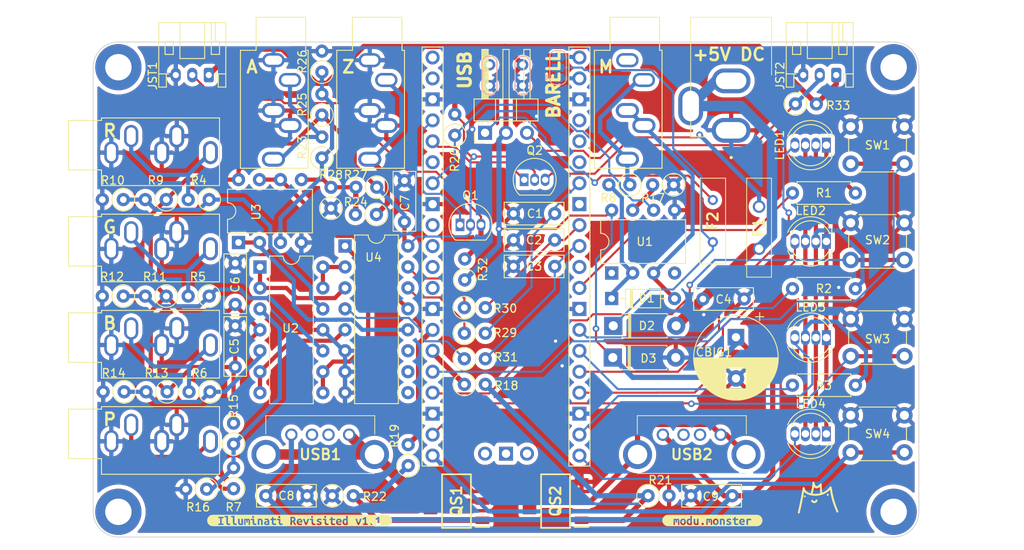
<source format=kicad_pcb>
(kicad_pcb (version 20211014) (generator pcbnew)
  (title_block (title "Illuminati Revisited DIY") (date "2022-03-18") (rev "1.1") (company "modu.monster") (comment 1 "@noise.kitchen"))
  (layers (0 "F.Cu" signal) (31 "B.Cu" signal) (34 "B.Paste" user) (35 "F.Paste" user) (36 "B.SilkS" user "B.Silkscreen") (37 "F.SilkS" user "F.Silkscreen") (38 "B.Mask" user) (39 "F.Mask" user) (44 "Edge.Cuts" user))
  (net 0 "")
  (net 1 "A_in")
  (net 2 "Z_in")
  (net 3 "P_in")
  (net 4 "G_in")
  (net 5 "B_in")
  (net 6 "R_in")
  (net 7 "+3V3")
  (net 8 "GND")
  (net 9 "+5V")
  (net 10 "NEOPIXEL_A")
  (net 11 "NEOPIXEL_Z")
  (net 12 "MIDI_in")
  (net 13 "BP_control")
  (net 14 "RG_control")
  (net 15 "AZ_control")
  (net 16 "BP_in")
  (net 17 "AZ_in")
  (net 18 "RG_in")
  (net 19 "LED_A")
  (net 20 "LED_B")
  (net 21 "LED_C")
  (net 22 "LED_D")
  (net 23 "B")
  (net 24 "G")
  (net 25 "R")
  (net 26 "Net-(D1-Pad1)")
  (net 27 "Net-(F1-Pad2)")
  (net 28 "Net-(F2-Pad2)")
  (net 29 "Net-(D1-Pad2)")
  (net 30 "Net-(R10-Pad1)")
  (net 31 "Net-(R13-Pad2)")
  (net 32 "PWR_VSYS")
  (net 33 "PWR_VBUS")
  (net 34 "Net-(R11-Pad2)")
  (net 35 "Net-(R17-Pad2)")
  (net 36 "R_x")
  (net 37 "G_x")
  (net 38 "B_x")
  (net 39 "BTN_MINUS")
  (net 40 "BTN_PLUS")
  (net 41 "BTN_MODE")
  (net 42 "BTN_SELECT")
  (net 43 "Drain_A")
  (net 44 "Drain_Z")
  (net 45 "LAMP_Z")
  (net 46 "LAMP_A")
  (net 47 "Net-(R29-Pad1)")
  (net 48 "Net-(R30-Pad1)")
  (net 49 "Net-(JACK1-PadT)")
  (net 50 "Net-(JACK2-PadT)")
  (net 51 "Net-(JACK3-PadT)")
  (net 52 "Net-(JACK4-PadT)")
  (net 53 "Net-(JACK5-PadT)")
  (net 55 "Net-(JACK6-PadT)")
  (net 56 "Net-(JACK7-PadT)")
  (net 57 "Net-(JST1-Pad2)")
  (net 58 "Net-(JST2-Pad2)")
  (net 74 "Net-(QS1-Pad1)")
  (net 75 "Net-(QS2-Pad1)")
  (net 76 "Net-(R15-Pad1)")
  (net 77 "Net-(R23-Pad1)")
  (net 78 "Net-(R24-Pad2)")
  (net 79 "Net-(R31-Pad1)")
  (net 86 "Net-(BARELL1-PadB)")
  (net 87 "Net-(D2-Pad1)")
  (footprint "LED_THT:LED_D5.0mm-4_RGB" (layer "F.Cu") (at 88.8 24.16667 180)
    (fp_text reference "LED2")
    (fp_text value "LED_RGBK")
  )
  (footprint "Package_DIP:DIP-14_W7.62mm" (layer "F.Cu") (at 20.2 27.275)
    (fp_text reference "U2")
    (fp_text value "MCP6004")
  )
  (footprint "Resistor_THT:R_Axial_DIN0207_L6.3mm_D2.5mm_P2.54mm_Vertical" (layer "F.Cu") (at 14.145 42.4 180)
    (fp_text reference "R6")
    (fp_text value "57k")
  )
  (footprint "Resistor_THT:R_Axial_DIN0207_L6.3mm_D2.5mm_P2.54mm_Vertical" (layer "F.Cu") (at 8.945 42.4 180)
    (fp_text reference "R13")
    (fp_text value "33k")
  )
  (footprint "Capacitor_THT:C_Rect_L7.0mm_W2.5mm_P5.00mm" (layer "F.Cu") (at 50.9 20.8)
    (fp_text reference "C1")
    (fp_text value "100n")
  )
  (footprint "Resistor_THT:R_Axial_DIN0207_L6.3mm_D2.5mm_P2.54mm_Vertical" (layer "F.Cu") (at 13.74 54.2 180)
    (fp_text reference "R16")
    (fp_text value "57k")
  )
  (footprint "SamacSys_Parts:SOT233P700X180-4N" (layer "F.Cu") (at 44 55.65 180)
    (fp_text reference "QS1")
    (fp_text value "STN4NF03L" hide)
  )
  (footprint "ModuEurorack:PJ-325C5" (layer "F.Cu") (at 34.4 -3 -90)
    (fp_text reference "JACK7" hide)
    (fp_text value "PJ-325" hide)
  )
  (footprint "Resistor_THT:R_Axial_DIN0207_L6.3mm_D2.5mm_P2.54mm_Vertical" (layer "F.Cu") (at 8.845 19.1 180)
    (fp_text reference "R9")
    (fp_text value "33k")
  )
  (footprint "ModuEurorack:PJ-325C5" (layer "F.Cu") (at -3 24.167)
    (fp_text reference "JACK2" hide)
    (fp_text value "PJ-325" hide)
  )
  (footprint "Capacitor_THT:C_Rect_L7.0mm_W2.5mm_P5.00mm" (layer "F.Cu") (at 50.9 24)
    (fp_text reference "C2")
    (fp_text value "100n")
  )
  (footprint "ModuEurorack:PJ-325C5" (layer "F.Cu") (at -3 12.5)
    (fp_text reference "JACK1" hide)
    (fp_text value "PJ-325" hide)
  )
  (footprint "Capacitor_THT:C_Rect_L7.0mm_W2.5mm_P5.00mm" (layer "F.Cu") (at 73.85 31.15)
    (fp_text reference "C4")
    (fp_text value "100n")
  )
  (footprint "Resistor_THT:R_Axial_DIN0207_L6.3mm_D2.5mm_P2.54mm_Vertical" (layer "F.Cu") (at 85.055 7.5)
    (fp_text reference "R33")
    (fp_text value "33k")
  )
  (footprint "MountingHole:MountingHole_3.2mm_M3_DIN965_Pad" (layer "F.Cu") (at 3.05 56.95)
    (fp_text reference "REF**" hide)
    (fp_text value "MountingHole_3.2mm_M3_DIN965_Pad")
  )
  (footprint "Resistor_THT:R_Axial_DIN0207_L6.3mm_D2.5mm_P2.54mm_Vertical" (layer "F.Cu") (at 34.3 20.9 180)
    (fp_text reference "R24")
    (fp_text value "57k")
  )
  (footprint "Resistor_THT:R_Axial_DIN0207_L6.3mm_D2.5mm_P2.54mm_Vertical" (layer "F.Cu") (at 43.8 11.295 90)
    (fp_text reference "R20")
    (fp_text value "220")
  )
  (footprint "ModuEurorack:PJ-325C5" (layer "F.Cu") (at -3 47.5)
    (fp_text reference "JACK4" hide)
    (fp_text value "PJ-325" hide)
  )
  (footprint "Resistor_THT:R_Axial_DIN0207_L6.3mm_D2.5mm_P2.54mm_Vertical" (layer "F.Cu") (at 38.15 51.345 90)
    (fp_text reference "R19")
    (fp_text value "220")
  )
  (footprint "LED_THT:LED_D5.0mm-4_RGB" (layer "F.Cu") (at 88.8 47.5 180)
    (fp_text reference "LED4")
    (fp_text value "LED_RGBK")
  )
  (footprint "Resistor_THT:R_Axial_DIN0207_L6.3mm_D2.5mm_P2.54mm_Vertical" (layer "F.Cu") (at 45 28.84 90)
    (fp_text reference "R32")
    (fp_text value "33k")
  )
  (footprint "Resistor_THT:R_Axial_DIN0207_L6.3mm_D2.5mm_P2.54mm_Vertical" (layer "F.Cu") (at 65 17.3 180)
    (fp_text reference "R8")
    (fp_text value "220")
  )
  (footprint "Capacitor_THT:C_Rect_L7.0mm_W2.5mm_P5.00mm" (layer "F.Cu") (at 17.2 39.4 90)
    (fp_text reference "C5")
    (fp_text value "100n")
  )
  (footprint "Package_DIP:DIP-8_W7.62mm" (layer "F.Cu") (at 62.8 28 90)
    (fp_text reference "U1")
    (fp_text value "6N138")
  )
  (footprint "ModuEurorack:SW_PUSH_6mm_H17mm" (layer "F.Cu") (at 91.75 21.91667)
    (fp_text reference "SW2")
    (fp_text value "SW_Push")
  )
  (footprint "Capacitor_THT:C_Rect_L7.0mm_W2.5mm_P5.00mm" (layer "F.Cu") (at 17.2 31.8 90)
    (fp_text reference "C6")
    (fp_text value "100n")
  )
  (footprint "ModuEurorack:PJ-325C5" (layer "F.Cu") (at -3 35.833)
    (fp_text reference "JACK3" hide)
    (fp_text value "PJ-325" hide)
  )
  (footprint "Capacitor_THT:C_Rect_L7.0mm_W2.5mm_P5.00mm" (layer "F.Cu") (at 20.9 55)
    (fp_text reference "C8")
    (fp_text value "100n")
  )
  (footprint "Resistor_THT:R_Axial_DIN0207_L6.3mm_D2.5mm_P2.54mm_Vertical" (layer "F.Cu") (at 17 48.745 90)
    (fp_text reference "R15")
    (fp_text value "33k")
  )
  (footprint "Resistor_THT:R_Axial_DIN0207_L6.3mm_D2.5mm_P2.54mm_Vertical" (layer "F.Cu") (at 27.7 8.845 90)
    (fp_text reference "R25")
    (fp_text value "33k")
  )
  (footprint "SamacSys_Parts:SOT233P700X180-4N" (layer "F.Cu") (at 56 55.65 180)
    (fp_text reference "QS2")
    (fp_text value "STN4NF03L" hide)
  )
  (footprint "Resistor_THT:R_Axial_DIN0207_L6.3mm_D2.5mm_P2.54mm_Vertical" (layer "F.Cu") (at 8.845 30.8 180)
    (fp_text reference "R11")
    (fp_text value "33k")
  )
  (footprint "MountingHole:MountingHole_3.2mm_M3_DIN965_Pad" (layer "F.Cu") (at 96.95 56.95)
    (fp_text reference "REF**" hide)
    (fp_text value "MountingHole_3.2mm_M3_DIN965_Pad")
  )
  (footprint "Package_DIP:DIP-8_W7.62mm" (layer "F.Cu") (at 17.6 24.3 90)
    (fp_text reference "U3")
    (fp_text value "MCP6002")
  )
  (footprint "Resistor_THT:R_Axial_DIN0207_L6.3mm_D2.5mm_P2.54mm_Vertical" (layer "F.Cu") (at 44.955 41.5)
    (fp_text reference "R18")
    (fp_text value "220")
  )
  (footprint "Package_DIP:DIP-16_W7.62mm" (layer "F.Cu") (at 30.5 24.725)
    (fp_text reference "U4")
    (fp_text value "CD4053")
  )
  (footprint "Resistor_THT:R_Axial_DIN0207_L6.3mm_D2.5mm_P2.54mm_Vertical" (layer "F.Cu") (at 3.645 30.8 180)
    (fp_text reference "R12")
    (fp_text value "57k")
  )
  (footprint "SamacSys_Parts:MFR075" (layer "F.Cu") (at 75.05 21.7 90)
    (fp_text reference "F2")
    (fp_text value "MF-R075" hide)
  )
  (footprint "ModuEurorack:SW_PUSH_6mm_H17mm" (layer "F.Cu") (at 91.75 33.58333)
    (fp_text reference "SW3")
    (fp_text value "SW_Push")
  )
  (footprint "MCU_RaspberryPi_and_Boards:RPi_Pico_TH" (layer "F.Cu") (at 50 26)
    (fp_text reference "PICO1" hide)
    (fp_text value "Pi Pico")
  )
  (footprint "SamacSys_Parts:BarellJack" (layer "F.Cu") (at 77.267 -3 -90)
    (fp_text reference "BARELL1" hide)
    (fp_text value "163-179PH-EX" hide)
  )
  (footprint "kibuzzard-622E32B3" (layer "F.Cu") (at 75 58)
    (fp_text reference "kibuzzard-622E32B3" hide)
    (fp_text value "G***" hide)
  )
  (footprint "Resistor_THT:R_Axial_DIN0207_L6.3mm_D2.5mm_P2.54mm_Vertical" (layer "F.Cu") (at 17 54.145 90)
    (fp_text reference "R7")
    (fp_text value "57k")
  )
  (footprint "Resistor_THT:R_Axial_DIN0207_L6.3mm_D2.5mm_P2.54mm_Vertical" (layer "F.Cu") (at 3.745 42.4 180)
    (fp_text reference "R14")
    (fp_text value "57k")
  )
  (footprint "Diode_THT:D_DO-41_SOD81_P7.62mm_Horizontal" (layer "F.Cu") (at 62.94 38.25)
    (fp_text reference "D3")
    (fp_text value "1N5919")
  )
  (footprint "Resistor_THT:R_Axial_DIN0207_L6.3mm_D2.5mm_P2.54mm_Vertical" (layer "F.Cu") (at 3.645 19.1 180)
    (fp_text reference "R10")
    (fp_text value "57k")
  )
  (footprint "ModuEurorack:PJ-325C5" (layer "F.Cu") (at 65.6 -3 -90)
    (fp_text reference "JACK5" hide)
    (fp_text value "PJ-325")
  )
  (footprint "Resistor_THT:R_Axial_DIN0207_L6.3mm_D2.5mm_P2.54mm_Vertical" (layer "F.Cu") (at 27.7 14.045 90)
    (fp_text reference "R23")
    (fp_text value "57k")
  )
  (footprint "Connector_JST:JST_PH_S3B-PH-K_1x03_P2.00mm_Horizontal" (layer "F.Cu") (at 90 4 180)
    (fp_text reference "JST2")
    (fp_text value "JST-PH-03")
  )
  (footprint "Capacitor_THT:C_Rect_L7.0mm_W2.5mm_P5.00mm" (layer "F.Cu") (at 37.7 21.8 90)
    (fp_text reference "C7")
    (fp_text value "100n")
  )
  (footprint "ModuEurorack:PJ-325C5" (layer "F.Cu") (at 22.733 -3 -90)
    (fp_text reference "JACK6" hide)
    (fp_text value "PJ-325" hide)
  )
  (footprint "Resistor_THT:R_Axial_DIN0207_L6.3mm_D2.5mm_P2.54mm_Vertical" (layer "F.Cu") (at 44.955 35.3)
    (fp_text reference "R29")
    (fp_text value "220")
  )
  (footprint "Resistor_THT:R_Axial_DIN0207_L6.3mm_D2.5mm_P2.54mm_Vertical" (layer "F.Cu") (at 28.8 20.145 90)
    (fp_text reference "R28")
    (fp_text value "57k")
  )
  (footprint "Resistor_THT:R_Axial_DIN0207_L6.3mm_D2.5mm_P2.54mm_Vertical" (layer "F.Cu") (at 67.205 55)
    (fp_text reference "R21")
    (fp_text value "33k")
  )
  (footprint "Capacitor_THT:CP_Radial_D10.0mm_P5.00mm" (layer "F.Cu") (at 77.85 35.782323 -90)
    (fp_text reference "CBIG1")
    (fp_text value "470uF")
  )
  (footprint "SamacSys_Parts:GSB11121KEU" (layer "F.Cu") (at 72.5 50)
    (fp_text reference "USB2")
    (fp_text value "GSB11121KEU" hide)
  )
  (footprint "Diode_THT:D_DO-35_SOD27_P7.62mm_Horizontal" (layer "F.Cu") (at 62.79 31.1)
    (fp_text reference "D1")
    (fp_text value "1N4148")
  )
  (footprint "Resistor_THT:R_Axial_DIN0207_L6.3mm_D2.5mm_P7.62mm_Horizontal" (layer "F.Cu") (at 84.7 41.6)
    (fp_text reference "R3")
    (fp_text value "220")
  )
  (footprint "MountingHole:MountingHole_3.2mm_M3_DIN965_Pad" (layer "F.Cu") (at 96.95 3.05)
    (fp_text reference "REF**" hide)
    (fp_text value "MountingHole_3.2mm_M3_DIN965_Pad")
  )
  (footprint "LOGO" (layer "F.Cu") (at 87.8 55.4)
    (fp_text reference "G***" hide)
    (fp_text value "LOGO" hide)
  )
  (footprint "Resistor_THT:R_Axial_DIN0207_L6.3mm_D2.5mm_P2.54mm_Vertical" (layer "F.Cu") (at 27.7 3.645 90)
    (fp_text reference "R26")
    (fp_text value "57k")
  )
  (footprint "MountingHole:MountingHole_3.2mm_M3_DIN965_Pad" (layer "F.Cu") (at 3.05 3.05)
    (fp_text reference "REF**" hide)
    (fp_text value "MountingHole_3.2mm_M3_DIN965_Pad" hide)
  )
  (footprint "ModuEurorack:SW_PUSH_6mm_H17mm" (layer "F.Cu") (at 91.75 45.25)
    (fp_text reference "SW4")
    (fp_text value "SW_Push")
  )
  (footprint "Package_TO_SOT_THT:TO-92_Inline" (layer "F.Cu") (at 52.2 16.7)
    (fp_text reference "Q2")
    (fp_text value "2N7000")
  )
  (footprint "ModuEurorack:SW_PUSH_6mm_H17mm" (layer "F.Cu") (at 91.75 10.25)
    (fp_text reference "SW1")
    (fp_text value "SW_Push")
  )
  (footprint "Resistor_THT:R_Axial_DIN0207_L6.3mm_D2.5mm_P2.54mm_Vertical" (layer "F.Cu") (at 44.955 32.2)
    (fp_text reference "R30")
    (fp_text value "220")
  )
  (footprint "Connector_PinHeader_2.54mm:PinHeader_1x03_P2.54mm_Horizontal" (layer "F.Cu") (at 47.46 11 90)
    (fp_text reference "JP1" hide)
    (fp_text value "Jumper_3_Open")
  )
  (footprint "Resistor_THT:R_Axial_DIN0207_L6.3mm_D2.5mm_P7.62mm_Horizontal" (layer "F.Cu") (at 84.7 18.3)
    (fp_text reference "R1")
    (fp_text value "220")
  )
  (footprint "SamacSys_Parts:GSB11121KEU" (layer "F.Cu") (at 27.5 50)
    (fp_text reference "USB1")
    (fp_text value "GSB11121KEU" hide)
  )
  (footprint "Diode_THT:D_DO-41_SOD81_P7.62mm_Horizontal" (layer "F.Cu") (at 62.99 34.4)
    (fp_text reference "D2")
    (fp_text value "1N5817")
  )
  (footprint "Resistor_THT:R_Axial_DIN0207_L6.3mm_D2.5mm_P2.54mm_Vertical" (layer "F.Cu") (at 34.345 17.6 180)
    (fp_text reference "R27")
    (fp_text value "33k")
  )
  (footprint "Resistor_THT:R_Axial_DIN0207_L6.3mm_D2.5mm_P2.54mm_Vertical" (layer "F.Cu") (at 70.3 17.3 180)
    (fp_text reference "R17")
    (fp_text value "1k")
  )
  (footprint "Resistor_THT:R_Axial_DIN0207_L6.3mm_D2.5mm_P2.54mm_Vertical" (layer "F.Cu") (at 14.045 30.8 180)
    (fp_text reference "R5")
    (fp_text value "57k")
  )
  (footprint "Resistor_THT:R_Axial_DIN0207_L6.3mm_D2.5mm_P7.62mm_Horizontal" (layer "F.Cu") (at 84.7 29.9)
    (fp_text reference "R2")
    (fp_text value "220")
  )
  (footprint "Resistor_THT:R_Axial_DIN0207_L6.3mm_D2.5mm_P2.54mm_Vertical" (layer "F.Cu") (at 28.955 55)
    (fp_text reference "R22")
    (fp_text value "33k")
  )
  (footprint "SamacSys_Parts:MFR300" (layer "F.Cu") (at 80.65 25.05 90)
    (fp_text reference "F1")
    (fp_text value "MF-R300" hide)
  )
  (footprint "Resistor_THT:R_Axial_DIN0207_L6.3mm_D2.5mm_P2.54mm_Vertical" (layer "F.Cu") (at 14.045 19.1 180)
    (fp_text reference "R4")
    (fp_text value "57k")
  )
  (footprint "Capacitor_THT:C_Rect_L7.0mm_W2.5mm_P5.00mm" (layer "F.Cu") (at 50.9 27.2)
    (fp_text reference "C3")
    (fp_text value "100n")
  )
  (footprint "Package_TO_SOT_THT:TO-92_Inline" (layer "F.Cu") (at 44.43 22.16)
    (fp_text reference "Q1")
    (fp_text value "2N7000")
  )
  (footprint "LED_THT:LED_D5.0mm-4_RGB" (layer "F.Cu") (at 88.8 12.5 180)
    (fp_text reference "LED1")
    (fp_text value "LED_RGBK")
  )
  (footprint "Connector_JST:JST_PH_S3B-PH-K_1x03_P2.00mm_Horizontal" (layer "F.Cu") (at 14 4 180)
    (fp_text reference "JST1")
    (fp_text value "JST-PH-03")
  )
  (footprint "Capacitor_THT:C_Rect_L7.0mm_W2.5mm_P5.00mm" (layer "F.Cu") (at 77.4 55 180)
    (fp_text reference "C9")
    (fp_text value "100n")
  )
  (footprint "kibuzzard-622E327E" (layer "F.Cu") (at 25 58)
    (fp_text reference "kibuzzard-622E327E" hide)
    (fp_text value "G***" hide)
  )
  (footprint "LED_THT:LED_D5.0mm-4_RGB" (layer "F.Cu") (at 88.8 35.83333 180)
    (fp_text reference "LED3")
    (fp_text value "LED_RGBK")
  )
  (footprint "Resistor_THT:R_Axial_DIN0207_L6.3mm_D2.5mm_P2.54mm_Vertical" (layer "F.Cu") (at 44.955 38.4)
    (fp_text reference "R31")
    (fp_text value "220")
  )
  (footprint "Jumper:SolderJumper-3_P1.3mm_Bridged12_RoundedPad1.0x1.5mm" (layer "B.Cu") (at 56.3 3.1 90)
    (fp_text reference "JPS1" hide)
    (fp_text value "solder jumper")
  )
  (footprint "TestPoint:TestPoint_2Pads_Pitch2.54mm_Drill0.8mm" (layer "B.Cu") (at 52 2.75 -90)
    (fp_text reference "TP1" hide)
    (fp_text value "5V/GND")
  )
  (footprint "TestPoint:TestPoint_2Pads_Pitch2.54mm_Drill0.8mm" (layer "B.Cu") (at 48 2.75 -90)
    (fp_text reference "TP2" hide)
    (fp_text value "3V3/GND")
  )
  (gr_line (start 0 3.05) (end 0 56.95) (layer "Edge.Cuts") (width 0.1))
  (gr_arc (start 0 3.05) (mid 0.886297 0.886297) (end 3.05 0) (layer "Edge.Cuts") (width 0.1))
  (gr_arc (start 100 56.95) (mid 99.113703 59.113703) (end 96.95 60) (layer "Edge.Cuts") (width 0.1))
  (gr_arc (start 3.05 60) (mid 0.893325 59.106675) (end 0 56.95) (layer "Edge.Cuts") (width 0.1))
  (gr_line (start 3.05 60) (end 96.95 60) (layer "Edge.Cuts") (width 0.1))
  (gr_line (start 96.95 0) (end 3.05 0) (layer "Edge.Cuts") (width 0.1))
  (gr_arc (start 96.95 0) (mid 99.106675 0.893325) (end 100 3.05) (layer "Edge.Cuts") (width 0.1))
  (gr_line (start 100 56.95) (end 100 3.05) (layer "Edge.Cuts") (width 0.1))
  (gr_text "R" (at 2 10.75) (layer "F.SilkS") (effects (font (size 1.5 1.5) (thickness 0.3))))
  (gr_text "+5V DC" (at 77 1.5) (layer "F.SilkS") (effects (font (size 1.5 1.5) (thickness 0.3))))
  (gr_text "Z" (at 30.9 3) (layer "F.SilkS") (effects (font (size 1.5 1.5) (thickness 0.3))))
  (gr_text "B" (at 2 34.083) (layer "F.SilkS") (effects (font (size 1.5 1.5) (thickness 0.3))))
  (gr_text "M" (at 62.1 3) (layer "F.SilkS") (effects (font (size 1.5 1.5) (thickness 0.3))))
  (gr_text "BARELL" (at 55.75 0.9 90) (layer "F.SilkS") (effects (font (size 1.5 1.5) (thickness 0.375)) (justify right)))
  (gr_text "P" (at 2 45.75) (layer "F.SilkS") (effects (font (size 1.5 1.5) (thickness 0.3))))
  (gr_text "A" (at 19.233 3) (layer "F.SilkS") (effects (font (size 1.5 1.5) (thickness 0.3))))
  (gr_text "USB" (at 45 0.9 90) (layer "F.SilkS") (effects (font (size 1.5 1.5) (thickness 0.375)) (justify right)))
  (gr_text "G" (at 2 22.417) (layer "F.SilkS") (effects (font (size 1.5 1.5) (thickness 0.3))))
  (segment (start 20.14 24.3) (end 17.6 24.3) (width 0.508) (layer "F.Cu") (net 1))
  (segment (start 29.433511 33.666489) (end 29.443511 33.656489) (width 0.508) (layer "B.Cu") (net 1))
  (segment (start 20.14 24.757978) (end 24.3 28.917978) (width 0.508) (layer "B.Cu") (net 1))
  (segment (start 32.585 34.885) (end 31.356489 33.656489) (width 0.508) (layer "B.Cu") (net 1))
  (segment (start 26.033511 33.666489) (end 29.433511 33.666489) (width 0.508) (layer "B.Cu") (net 1))
  (segment (start 24.3 31.932978) (end 26.033511 33.666489) (width 0.508) (layer "B.Cu") (net 1))
  (segment (start 29.443511 33.656489) (end 31.356489 33.656489) (width 0.508) (layer "B.Cu") (net 1))
  (segment (start 24.3 28.917978) (end 24.3 31.932978) (width 0.508) (layer "B.Cu") (net 1))
  (segment (start 20.14 24.3) (end 20.14 24.757978) (width 0.508) (layer "B.Cu") (net 1))
  (segment (start 38.12 34.885) (end 32.585 34.885) (width 0.508) (layer "B.Cu") (net 1))
  (segment (start 20.14 16.68) (end 22.68 16.68) (width 0.508) (layer "F.Cu") (net 2))
  (segment (start 22.68 16.68) (end 29.496489 23.496489) (width 0.508) (layer "F.Cu") (net 2))
  (segment (start 35.4 29.625) (end 38.12 32.345) (width 0.508) (layer "F.Cu") (net 2))
  (segment (start 29.496489 23.496489) (end 31.496489 23.496489) (width 0.508) (layer "F.Cu") (net 2))
  (segment (start 31.496489 23.496489) (end 35.4 27.4) (width 0.508) (layer "F.Cu") (net 2))
  (segment (start 35.4 27.4) (end 35.4 29.625) (width 0.508) (layer "F.Cu") (net 2))
  (segment (start 30.5 29.805) (end 29.261489 31.043511) (width 0.508) (layer "F.Cu") (net 3))
  (segment (start 29.261489 31.043511) (end 24.643511 31.043511) (width 0.508) (layer "F.Cu") (net 3))
  (segment (start 20.2 29.815) (end 23.415 29.815) (width 0.508) (layer "F.Cu") (net 3))
  (segment (start 23.415 29.815) (end 24.643511 31.043511) (width 0.508) (layer "F.Cu") (net 3))
  (segment (start 20.2 27.275) (end 20.2 29.815) (width 0.508) (layer "F.Cu") (net 3))
  (segment (start 33.3 36.5) (end 33.3 27.525) (width 0.508) (layer "F.Cu") (net 4))
  (segment (start 27.82 39.975) (end 27.82 42.515) (width 0.508) (layer "F.Cu") (net 4))
  (segment (start 33.3 27.525) (end 30.5 24.725) (width 0.508) (layer "F.Cu") (net 4))
  (segment (start 29.058511 38.736489) (end 31.063511 38.736489) (width 0.508) (layer "F.Cu") (net 4))
  (segment (start 31.063511 38.736489) (end 33.3 36.5) (width 0.508) (layer "F.Cu") (net 4))
  (segment (start 27.82 39.975) (end 29.058511 38.736489) (width 0.508) (layer "F.Cu") (net 4))
  (segment (start 20.2 39.975) (end 23.968511 36.206489) (width 0.508) (layer "F.Cu") (net 5))
  (segment (start 23.968511 36.206489) (end 29.178511 36.206489) (width 0.508) (layer "F.Cu") (net 5))
  (segment (start 29.178511 36.206489) (end 30.5 34.885) (width 0.508) (layer "F.Cu") (net 5))
  (segment (start 20.2 39.975) (end 20.2 42.515) (width 0.508) (layer "F.Cu") (net 5))
  (segment (start 30.49 27.275) (end 30.5 27.265) (width 0.508) (layer "F.Cu") (net 6))
  (segment (start 27.82 27.275) (end 27.82 29.815) (width 0.508) (layer "F.Cu") (net 6))
  (segment (start 27.82 27.275) (end 30.49 27.275) (width 0.508) (layer "F.Cu") (net 6))
  (segment (start 10.644999 32.599999) (end 8.845 30.8) (width 0.508) (layer "F.Cu") (net 7))
  (segment (start 17.2 39.4) (end 17.2 37.895) (width 0.508) (layer "F.Cu") (net 7))
  (segment (start 11.265 16.68) (end 17.6 16.68) (width 0.508) (layer "F.Cu") (net 7))
  (segment (start 8.845 19.1) (end 11.265 16.68) (width 0.508) (layer "F.Cu") (net 7))
  (segment (start 27.7 8.845) (end 24.245 12.3) (width 0.508) (layer "F.Cu") (net 7))
  (segment (start 17.2 31.8) (end 16.400001 32.599999) (width 0.508) (layer "F.Cu") (net 7))
  (segment (start 37.7 24.305) (end 38.12 24.725) (width 0.508) (layer "F.Cu") (net 7))
  (segment (start 11.945 39.4) (end 17.2 39.4) (width 0.508) (layer "F.Cu") (net 7))
  (segment (start 37.7 21.8) (end 37.7 24.305) (width 0.508) (layer "F.Cu") (net 7))
  (segment (start 31.67148 12.81648) (end 31.67148 14.92648) (width 0.508) (layer "F.Cu") (net 7))
  (segment (start 24.245 12.3) (end 20.84863 12.3) (width 0.508) (layer "F.Cu") (net 7))
  (segment (start 31.67148 14.92648) (end 34.345 17.6) (width 0.508) (layer "F.Cu") (net 7))
  (segment (start 51.657011 13.883011) (end 46.1 13.883011) (width 0.254) (layer "F.Cu") (net 7))
  (segment (start 16.400001 32.599999) (end 10.644999 32.599999) (width 0.508) (layer "F.Cu") (net 7))
  (segment (start 17 39.6) (end 17.2 39.4) (width 0.508) (layer "F.Cu") (net 7))
  (segment (start 17.2 31.895) (end 20.2 34.895) (width 0.508) (layer "F.Cu") (net 7))
  (segment (start 8.945 42.4) (end 11.945 39.4) (width 0.508) (layer "F.Cu") (net 7))
  (segment (start 27.7 8.845) (end 31.67148 12.81648) (width 0.508) (layer "F.Cu") (net 7))
  (segment (start 6.97148 28.92648) (end 8.845 30.8) (width 0.508) (layer "F.Cu") (net 7))
  (segment (start 53.47 16.7) (end 53.47 15.696) (width 0.254) (layer "F.Cu") (net 7))
  (segment (start 46.1 13.883011) (end 45.783011 13.883011) (width 0.254) (layer "F.Cu") (net 7))
  (segment (start 20.84863 12.3) (end 17.6 15.54863) (width 0.508) (layer "F.Cu") (net 7))
  (segment (start 17.6 15.54863) (end 17.6 16.68) (width 0.508) (layer "F.Cu") (net 7))
  (segment (start 45.783011 13.883011) (end 44.901511 13.001511) (width 0.254) (layer "F.Cu") (net 7))
  (segment (start 17 46.205) (end 17 39.6) (width 0.508) (layer "F.Cu") (net 7))
  (segment (start 8.845 19.1) (end 6.97148 20.97352) (width 0.508) (layer "F.Cu") (net 7))
  (segment (start 48 2.75) (end 43.8 6.95) (width 0.635) (layer "F.Cu") (net 7))
  (segment (start 53.47 15.696) (end 51.657011 13.883011) (width 0.254) (layer "F.Cu") (net 7))
  (segment (start 8.845 30.8) (end 6.97148 32.67352) (width 0.508) (layer "F.Cu") (net 7))
  (segment (start 17.2 31.8) (end 17.2 31.895) (width 0.508) (layer "F.Cu") (net 7))
  (segment (start 43.8 6.95) (end 43.8 8.755) (width 0.635) (layer "F.Cu") (net 7))
  (segment (start 6.97148 32.67352) (end 6.97148 40.42648) (width 0.508) (layer "F.Cu") (net 7))
  (segment (start 6.97148 20.97352) (end 6.97148 28.92648) (width 0.508) (layer "F.Cu") (net 7))
  (segment (start 44.901511 9.856511) (end 43.8 8.755) (width 0.254) (layer "F.Cu") (net 7))
  (segment (start 17.2 37.895) (end 20.2 34.895) (width 0.508) (layer "F.Cu") (net 7))
  (segment (start 6.97148 40.42648) (end 8.945 42.4) (width 0.508) (layer "F.Cu") (net 7))
  (segment (start 44.901511 13.001511) (end 44.901511 9.856511) (width 0.254) (layer "F.Cu") (net 7))
  (via (at 46.1 13.883011) (size 0.8) (drill 0.4) (layers "F.Cu" "B.Cu") (net 7))
  (segment (start 45.285511 23.578489) (end 45.7 23.164) (width 0.254) (layer "B.Cu") (net 7))
  (segment (start 45.7 22.16) (end 45.7 14.283011) (width 0.254) (layer "B.Cu") (net 7))
  (segment (start 34.345 17.6) (end 37.7 20.955) (width 0.508) (layer "B.Cu") (net 7))
  (segment (start 37.7 20.955) (end 37.7 21.8) (width 0.508) (layer "B.Cu") (net 7))
  (segment (start 38.12 24.725) (end 39.266511 23.578489) (width 0.254) (layer "B.Cu") (net 7))
  (segment (start 45.7 23.164) (end 45.7 22.16) (width 0.254) (layer "B.Cu") (net 7))
  (segment (start 39.266511 23.578489) (end 45.285511 23.578489) (width 0.254) (layer "B.Cu") (net 7))
  (segment (start 45.7 14.283011) (end 46.1 13.883011) (width 0.254) (layer "B.Cu") (net 7))
  (segment (start 56.8 37.05) (end 56.8 39.25) (width 0.254) (layer "F.Cu") (net 8))
  (segment (start 90.3 23.36667) (end 90.3 29.75) (width 0.254) (layer "F.Cu") (net 8))
  (segment (start 56 36.25) (end 56.8 37.05) (width 0.254) (layer "F.Cu") (net 8))
  (segment (start 91.75 21.91667) (end 90.3 23.36667) (width 0.254) (layer "F.Cu") (net 8))
  (via (at 53.7 9) (size 0.8) (drill 0.4) (layers "F.Cu" "B.Cu") (net 8))
  (via (at 90.3 29.75) (size 0.8) (drill 0.4) (layers "F.Cu" "B.Cu") (net 8))
  (via (at 56 36.25) (size 0.8) (drill 0.4) (layers "F.Cu" "B.Cu") (net 8))
  (via (at 45.9 10.6) (size 0.8) (drill 0.4) (layers "F.Cu" "B.Cu") (net 8))
  (via (at 56.8 39.25) (size 0.8) (drill 0.4) (layers "F.Cu" "B.Cu") (net 8))
  (via (at 73.95 33.05) (size 0.8) (drill 0.4) (layers "F.Cu" "B.Cu") (net 8))
  (segment (start 30.35 37.425) (end 27.82 34.895) (width 0.508) (layer "B.Cu") (net 8))
  (segment (start 30.5 37.425) (end 30.35 37.425) (width 0.508) (layer "B.Cu") (net 8))
  (segment (start 56.1 22.65) (end 57.711511 21.038489) (width 0.254) (layer "F.Cu") (net 9))
  (segment (start 90 5.095) (end 87.595 7.5) (width 0.635) (layer "F.Cu") (net 9))
  (segment (start 90 4) (end 90 5.095) (width 0.635) (layer "F.Cu") (net 9))
  (segment (start 52 2.75) (end 50 4.75) (width 0.635) (layer "F.Cu") (net 9))
  (segment (start 28.3 5) (end 27.030902 5) (width 0.635) (layer "F.Cu") (net 9))
  (segment (start 17.14202 0.85798) (end 14 4) (width 0.635) (layer "F.Cu") (net 9))
  (segment (start 80.622989 0.527989) (end 49.777989 0.527989) (width 0.635) (layer "F.Cu") (net 9))
  (segment (start 50 4.75) (end 50 11) (width 0.635) (layer "F.Cu") (net 9))
  (segment (start 60.9 36.21) (end 62.94 38.25) (width 0.254) (layer "F.Cu") (net 9))
  (segment (start 49.15 22.65) (end 56.1 22.65) (width 0.254) (layer "F.Cu") (net 9))
  (segment (start 82.3 40.232323) (end 77.85 35.782323) (width 0.635) (layer "F.Cu") (net 9))
  (segment (start 22.888882 0.85798) (end 17.14202 0.85798) (width 0.635) (layer "F.Cu") (net 9))
  (segment (start 82.3 52.4) (end 82.3 40.232323) (width 0.635) (layer "F.Cu") (net 9))
  (segment (start 79.7 55) (end 82.3 52.4) (width 0.635) (layer "F.Cu") (net 9))
  (segment (start 57.711511 21.038489) (end 62.141511 21.038489) (width 0.254) (layer "F.Cu") (net 9))
  (segment (start 76.4 55) (end 69 47.6) (width 0.635) (layer "F.Cu") (net 9))
  (segment (start 32.772011 0.527989) (end 28.3 5) (width 0.635) (layer "F.Cu") (net 9))
  (segment (start 49.777989 0.527989) (end 32.772011 0.527989) (width 0.635) (layer "F.Cu") (net 9))
  (segment (start 87.595 7.5) (end 80.622989 0.527989) (width 0.635) (layer "F.Cu") (net 9))
  (segment (start 77.4 55) (end 76.4 55) (width 0.635) (layer "F.Cu") (net 9))
  (segment (start 27.030902 5) (end 22.888882 0.85798) (width 0.635) (layer "F.Cu") (net 9))
  (segment (start 62.141511 21.038489) (end 62.8 20.38) (width 0.254) (layer "F.Cu") (net 9))
  (segment (start 77.4 55) (end 79.7 55) (width 0.635) (layer "F.Cu") (net 9))
  (segment (start 52 2.75) (end 49.777989 0.527989) (width 0.635) (layer "F.Cu") (net 9))
  (segment (start 60.9 34.75) (end 60.9 36.21) (width 0.254) (layer "F.Cu") (net 9))
  (via (at 60.9 34.75) (size 0.8) (drill 0.4) (layers "F.Cu" "B.Cu") (net 9))
  (via (at 49.15 22.65) (size 0.8) (drill 0.4) (layers "F.Cu" "B.Cu") (net 9))
  (segment (start 73.8 40.65) (end 65.34 40.65) (width 0.635) (layer "B.Cu") (net 9))
  (segment (start 77.85 35.782323) (end 77.85 36.6) (width 0.635) (layer "B.Cu") (net 9))
  (segment (start 24 51.9) (end 24 47.6) (width 0.635) (layer "B.Cu") (net 9))
  (segment (start 77.85 36.6) (end 73.8 40.65) (width 0.635) (layer "B.Cu") (net 9))
  (segment (start 65.34 40.65) (end 62.94 38.25) (width 0.635) (layer "B.Cu") (net 9))
  (segment (start 62.8 20.38) (end 62.8 24.4) (width 0.254) (layer "B.Cu") (net 9))
  (segment (start 20.9 55) (end 24 51.9) (width 0.635) (layer "B.Cu") (net 9))
  (segment (start 60.9 26.3) (end 60.9 34.75) (width 0.254) (layer "B.Cu") (net 9))
  (segment (start 62.8 24.4) (end 61.5 25.7) (width 0.254) (layer "B.Cu") (net 9))
  (segment (start 49.15 11.85) (end 49.15 22.65) (width 0.635) (layer "B.Cu") (net 9))
  (segment (start 20.9 55) (end 23.8 57.9) (width 0.635) (layer "B.Cu") (net 9))
  (segment (start 49.15 24.69) (end 45 28.84) (width 0.635) (layer "B.Cu") (net 9))
  (segment (start 23.8 57.9) (end 74.5 57.9) (width 0.635) (layer "B.Cu") (net 9))
  (segment (start 50 11) (end 49.15 11.85) (width 0.635) (layer "B.Cu") (net 9))
  (segment (start 49.15 24.69) (end 49.15 22.65) (width 0.508) (layer "B.Cu") (net 9))
  (segment (start 61.5 25.7) (end 60.9 26.3) (width 0.254) (layer "B.Cu") (net 9))
  (segment (start 74.5 57.9) (end 77.4 55) (width 0.635) (layer "B.Cu") (net 9))
  (segment (start 42.163022 18.4) (end 40.3 18.4) (width 0.254) (layer "B.Cu") (net 10))
  (segment (start 40.3 18.4) (end 39.9 18) (width 0.254) (layer "B.Cu") (net 10))
  (segment (start 39.9 18) (end 39.9 10.7) (width 0.254) (layer "B.Cu") (net 10))
  (segment (start 39.9 10.7) (end 41.11 9.49) (width 0.254) (layer "B.Cu") (net 10))
  (segment (start 44.43 22.16) (end 44.43 20.666978) (width 0.254) (layer "B.Cu") (net 10))
  (segment (start 44.43 20.666978) (end 42.163022 18.4) (width 0.254) (layer "B.Cu") (net 10))
  (segment (start 41.11 12.03) (end 41.78 12.7) (width 0.254) (layer "F.Cu") (net 11))
  (segment (start 50.084522 14.584522) (end 52.2 16.7) (width 0.254) (layer "F.Cu") (net 11))
  (segment (start 41.78 12.7) (end 43.8 12.7) (width 0.254) (layer "F.Cu") (net 11))
  (segment (start 45.684522 14.584522) (end 50.084522 14.584522) (width 0.254) (layer "F.Cu") (net 11))
  (segment (start 43.8 12.7) (end 45.684522 14.584522) (width 0.254) (layer "F.Cu") (net 11))
  (segment (start 58.571516 10.8) (end 59.3 10.8) (width 0.254) (layer "B.Cu") (net 12))
  (segment (start 41.11 17.11) (end 43.8 14.42) (width 0.254) (layer "B.Cu") (net 12))
  (segment (start 62.5 14) (end 62.5 15.782227) (width 0.254) (layer "B.Cu") (net 12))
  (segment (start 59.3 10.8) (end 62.5 14) (width 0.254) (layer "B.Cu") (net 12))
  (segment (start 62.5 15.782227) (end 63.8 17.082227) (width 0.254) (layer "B.Cu") (net 12))
  (segment (start 65.342227 19.2) (end 66.7 19.2) (width 0.254) (layer "B.Cu") (net 12))
  (segment (start 66.7 19.2) (end 67.88 20.38) (width 0.254) (layer "B.Cu") (net 12))
  (segment (start 43.8 11.295) (end 47.495 7.6) (width 0.254) (layer "B.Cu") (net 12))
  (segment (start 63.8 17.657773) (end 65.342227 19.2) (width 0.254) (layer "B.Cu") (net 12))
  (segment (start 63.8 17.082227) (end 63.8 17.657773) (width 0.254) (layer "B.Cu") (net 12))
  (segment (start 43.8 14.42) (end 43.8 11.295) (width 0.254) (layer "B.Cu") (net 12))
  (segment (start 55.371516 7.6) (end 58.571516 10.8) (width 0.254) (layer "B.Cu") (net 12))
  (segment (start 47.495 7.6) (end 55.371516 7.6) (width 0.254) (layer "B.Cu") (net 12))
  (segment (start 58.37 24.73) (end 58.89 24.73) (width 0.254) (layer "B.Cu") (net 16))
  (segment (start 47.495 38.4) (end 55.9 29.995) (width 0.254) (layer "B.Cu") (net 16))
  (segment (start 55.9 27.2) (end 58.37 24.73) (width 0.254) (layer "B.Cu") (net 16))
  (segment (start 55.9 29.995) (end 55.9 27.2) (width 0.254) (layer "B.Cu") (net 16))
  (segment (start 47.495 35.3) (end 53.1 29.695) (width 0.254) (layer "B.Cu") (net 17))
  (segment (start 55.9 20.8) (end 55.9 20.1) (width 0.254) (layer "B.Cu") (net 17))
  (segment (start 55.9 20.1) (end 58.89 17.11) (width 0.254) (layer "B.Cu") (net 17))
  (segment (start 53.1 23.6) (end 55.9 20.8) (width 0.254) (layer "B.Cu") (net 17))
  (segment (start 53.1 29.695) (end 53.1 23.6) (width 0.254) (layer "B.Cu") (net 17))
  (segment (start 47.495 32.2) (end 55.695 24) (width 0.254) (layer "F.Cu") (net 18))
  (segment (start 55.695 24) (end 55.9 24) (width 0.254) (layer "F.Cu") (net 18))
  (segment (start 55.9 24) (end 57.08 24) (width 0.254) (layer "F.Cu") (net 18))
  (segment (start 57.08 24) (end 58.89 22.19) (width 0.254) (layer "F.Cu") (net 18))
  (segment (start 70.822037 39.97) (end 75.8 34.992037) (width 0.254) (layer "F.Cu") (net 19))
  (segment (start 75.8 34.992037) (end 75.8 31.6) (width 0.254) (layer "F.Cu") (net 19))
  (segment (start 75.8 31.6) (end 84.25 23.15) (width 0.254) (layer "F.Cu") (net 19))
  (segment (start 58.89 39.97) (end 70.822037 39.97) (width 0.254) (layer "F.Cu") (net 19))
  (segment (start 84.25 23.15) (end 84.25 20.7) (width 0.254) (layer "F.Cu") (net 19))
  (via (at 84.25 20.7) (size 0.8) (drill 0.4) (layers "F.Cu" "B.Cu") (net 19))
  (segment (start 83.598489 13.891511) (end 84.99 12.5) (width 0.254) (layer "B.Cu") (net 19))
  (segment (start 83.598489 20.048489) (end 83.598489 13.891511) (width 0.254) (layer "B.Cu") (net 19))
  (segment (start 84.25 20.7) (end 83.598489 20.048489) (width 0.254) (layer "B.Cu") (net 19))
  (segment (start 84.99 26.567773) (end 77.986754 33.571019) (width 0.254) (layer "F.Cu") (net 20))
  (segment (start 68.292037 42.5) (end 72.85 42.5) (width 0.254) (layer "F.Cu") (net 20))
  (segment (start 72.85 42.5) (end 76.271019 39.078981) (width 0.254) (layer "F.Cu") (net 20))
  (segment (start 76.271019 39.078981) (end 76.271019 34.521019) (width 0.254) (layer "F.Cu") (net 20))
  (segment (start 77.986754 33.571019) (end 77.221019 33.571019) (width 0.254) (layer "F.Cu") (net 20))
  (segment (start 84.99 24.16667) (end 84.99 26.567773) (width 0.254) (layer "F.Cu") (net 20))
  (segment (start 58.89 42.51) (end 68.282037 42.51) (width 0.254) (layer "F.Cu") (net 20))
  (segment (start 76.271019 34.521019) (end 77.221019 33.571019) (width 0.254) (layer "F.Cu") (net 20))
  (segment (start 68.282037 42.51) (end 68.292037 42.5) (width 0.254) (layer "F.Cu") (net 20))
  (segment (start 58.89 47.59) (end 63.58 42.9) (width 0.254) (layer "B.Cu") (net 21))
  (segment (start 85.7 42.9) (end 87.1 41.5) (width 0.254) (layer "B.Cu") (net 21))
  (segment (start 84.99 36.59) (end 84.99 35.83333) (width 0.254) (layer "B.Cu") (net 21))
  (segment (start 87.1 38.7) (end 84.99 36.59) (width 0.254) (layer "B.Cu") (net 21))
  (segment (start 87.1 41.5) (end 87.1 38.7) (width 0.254) (layer "B.Cu") (net 21))
  (segment (start 63.58 42.9) (end 85.7 42.9) (width 0.254) (layer "B.Cu") (net 21))
  (segment (start 58.89 50.13) (end 61.71 52.95) (width 0.254) (layer "B.Cu") (net 22))
  (segment (start 61.71 52.95) (end 81.85 52.95) (width 0.254) (layer "B.Cu") (net 22))
  (segment (start 81.85 52.95) (end 84.99 49.81) (width 0.254) (layer "B.Cu") (net 22))
  (segment (start 84.99 49.81) (end 84.99 47.5) (width 0.254) (layer "B.Cu") (net 22))
  (segment (start 63.543834 42.083834) (end 84.216166 42.083834) (width 0.254) (layer "B.Cu") (net 23))
  (segment (start 84.216166 42.083834) (end 84.7 41.6) (width 0.254) (layer "B.Cu") (net 23))
  (segment (start 58.89 37.43) (end 63.543834 42.083834) (width 0.254) (layer "B.Cu") (net 23))
  (segment (start 74.148489 35.801511) (end 77.698489 32.251511) (width 0.254) (layer "B.Cu") (net 24))
  (segment (start 77.698489 32.251511) (end 82.301511 32.251511) (width 0.254) (layer "B.Cu") (net 24))
  (segment (start 58.89 34.89) (end 59.801511 35.801511) (width 0.254) (layer "B.Cu") (net 24))
  (segment (start 59.801511 35.801511) (end 74.148489 35.801511) (width 0.254) (layer "B.Cu") (net 24))
  (segment (start 82.325 32.275) (end 84.7 29.9) (width 0.254) (layer "B.Cu") (net 24))
  (segment (start 82.301511 32.251511) (end 82.325 32.275) (width 0.254) (layer "B.Cu") (net 24))
  (segment (start 80.209011 22.790989) (end 65.909011 22.790989) (width 0.254) (layer "F.Cu") (net 25))
  (segment (start 84.7 18.3) (end 80.209011 22.790989) (width 0.254) (layer "F.Cu") (net 25))
  (segment (start 65.909011 22.790989) (end 58.89 29.81) (width 0.254) (layer "F.Cu") (net 25))
  (segment (start 64.028511 18.868511) (end 64.028511 26.688511) (width 0.508) (layer "B.Cu") (net 26))
  (segment (start 62.79 30.55) (end 65.34 28) (width 0.508) (layer "B.Cu") (net 26))
  (segment (start 64.028511 26.688511) (end 65.34 28) (width 0.508) (layer "B.Cu") (net 26))
  (segment (start 62.79 31.1) (end 62.79 30.55) (width 0.508) (layer "B.Cu") (net 26))
  (segment (start 62.46 17.3) (end 64.028511 18.868511) (width 0.508) (layer "B.Cu") (net 26))
  (segment (start 59.366973 13.181511) (end 60.236973 14.051511) (width 0.254) (layer "F.Cu") (net 27))
  (segment (start 73.146973 11.553027) (end 73.45 11.25) (width 0.254) (layer "F.Cu") (net 27))
  (segment (start 63.899995 11.553027) (end 73.146973 11.553027) (width 0.254) (layer "F.Cu") (net 27))
  (segment (start 61.401511 14.051511) (end 63.899995 11.553027) (width 0.254) (layer "F.Cu") (net 27))
  (segment (start 60.236973 14.051511) (end 61.401511 14.051511) (width 0.254) (layer "F.Cu") (net 27))
  (segment (start 54.721511 13.181511) (end 59.366973 13.181511) (width 0.254) (layer "F.Cu") (net 27))
  (segment (start 52.54 11) (end 54.721511 13.181511) (width 0.254) (layer "F.Cu") (net 27))
  (via (at 73.45 11.25) (size 0.8) (drill 0.4) (layers "F.Cu" "B.Cu") (net 27))
  (segment (start 80.65 18.45) (end 73.45 11.25) (width 0.508) (layer "B.Cu") (net 27))
  (segment (start 80.65 19.95) (end 80.65 18.45) (width 0.508) (layer "B.Cu") (net 27))
  (segment (start 72.098489 16.198489) (end 61.601511 16.198489) (width 0.254) (layer "F.Cu") (net 28))
  (segment (start 61.601511 16.198489) (end 60.75 17.05) (width 0.254) (layer "F.Cu") (net 28))
  (segment (start 75.05 19.15) (end 72.098489 16.198489) (width 0.254) (layer "F.Cu") (net 28))
  (via (at 60.75 17.05) (size 0.8) (drill 0.4) (layers "F.Cu" "B.Cu") (net 28))
  (segment (start 52.318484 9.15) (end 49.31 9.15) (width 0.254) (layer "B.Cu") (net 28))
  (segment (start 58.321511 15.721511) (end 54.8 12.2) (width 0.254) (layer "B.Cu") (net 28))
  (segment (start 59.421511 15.721511) (end 58.321511 15.721511) (width 0.254) (layer "B.Cu") (net 28))
  (segment (start 60.75 17.05) (end 59.421511 15.721511) (width 0.254) (layer "B.Cu") (net 28))
  (segment (start 54.8 12.2) (end 54.8 11.631516) (width 0.254) (layer "B.Cu") (net 28))
  (segment (start 54.8 11.631516) (end 52.318484 9.15) (width 0.254) (layer "B.Cu") (net 28))
  (segment (start 49.31 9.15) (end 47.46 11) (width 0.254) (layer "B.Cu") (net 28))
  (segment (start 67.88 28) (end 67.88 28.57) (width 0.508) (layer "F.Cu") (net 29))
  (segment (start 67.88 28.57) (end 70.41 31.1) (width 0.508) (layer "F.Cu") (net 29))
  (segment (start 64.7 8.3) (end 64.88 8.3) (width 0.508) (layer "B.Cu") (net 29))
  (segment (start 64.88 8.3) (end 66.7 10.12) (width 0.508) (layer "B.Cu") (net 29))
  (segment (start 72.6 16.02) (end 72.6 23.28) (width 0.508) (layer "B.Cu") (net 29))
  (segment (start 66.7 10.12) (end 72.6 16.02) (width 0.508) (layer "B.Cu") (net 29))
  (segment (start 72.6 23.28) (end 67.88 28) (width 0.508) (layer "B.Cu") (net 29))
  (segment (start 26.3825 30.9175) (end 27.82 32.355) (width 0.508) (layer "B.Cu") (net 30))
  (segment (start 7.533511 20.328511) (end 12.816489 20.328511) (width 0.508) (layer "B.Cu") (net 30))
  (segment (start 12.816489 20.328511) (end 14.045 19.1) (width 0.508) (layer "B.Cu") (net 30))
  (segment (start 21.451489 22.351489) (end 21.451489 24.808867) (width 0.508) (layer "B.Cu") (net 30))
  (segment (start 21.451489 24.808867) (end 26.3825 29.739878) (width 0.508) (layer "B.Cu") (net 30))
  (segment (start 26.3825 29.739878) (end 26.3825 30.9175) (width 0.508) (layer "B.Cu") (net 30))
  (segment (start 18.2 19.1) (end 21.451489 22.351489) (width 0.508) (layer "B.Cu") (net 30))
  (segment (start 6.305 19.1) (end 7.533511 20.328511) (width 0.508) (layer "B.Cu") (net 30))
  (segment (start 3.645 19.1) (end 6.305 19.1) (width 0.508) (layer "B.Cu") (net 30))
  (segment (start 14.045 19.1) (end 18.2 19.1) (width 0.508) (layer "B.Cu") (net 30))
  (segment (start 15.937378 42.4) (end 20.2 38.137378) (width 0.508) (layer "B.Cu") (net 31))
  (segment (start 7.633511 43.628511) (end 12.916489 43.628511) (width 0.508) (layer "B.Cu") (net 31))
  (segment (start 6.405 42.4) (end 7.633511 43.628511) (width 0.508) (layer "B.Cu") (net 31))
  (segment (start 12.916489 43.628511) (end 14.145 42.4) (width 0.508) (layer "B.Cu") (net 31))
  (segment (start 3.745 42.4) (end 6.405 42.4) (width 0.508) (layer "B.Cu") (net 31))
  (segment (start 14.145 42.4) (end 15.937378 42.4) (width 0.508) (layer "B.Cu") (net 31))
  (segment (start 20.2 38.137378) (end 20.2 37.435) (width 0.508) (layer "B.Cu") (net 31))
  (segment (start 58.88 4.4) (end 58.89 4.41) (width 0.508) (layer "B.Cu") (net 32))
  (segment (start 56.3 4.4) (end 58.88 4.4) (width 0.508) (layer "B.Cu") (net 32))
  (segment (start 58.82 1.8) (end 58.89 1.87) (width 0.508) (layer "B.Cu") (net 33))
  (segment (start 56.3 1.8) (end 58.82 1.8) (width 0.508) (layer "B.Cu") (net 33))
  (segment (start 18.843511 31.043511) (end 17.800001 30.000001) (width 0.508) (layer "B.Cu") (net 34))
  (segment (start 6.305 30.8) (end 7.533511 32.028511) (width 0.508) (layer "B.Cu") (net 34))
  (segment (start 17.800001 30.000001) (end 14.844999 30.000001) (width 0.508) (layer "B.Cu") (net 34))
  (segment (start 14.844999 30.000001) (end 14.045 30.8) (width 0.508) (layer "B.Cu") (net 34))
  (segment (start 3.645 30.8) (end 6.305 30.8) (width 0.508) (layer "B.Cu") (net 34))
  (segment (start 12.816489 32.028511) (end 14.045 30.8) (width 0.508) (layer "B.Cu") (net 34))
  (segment (start 7.533511 32.028511) (end 12.816489 32.028511) (width 0.508) (layer "B.Cu") (net 34))
  (segment (start 21.428511 31.043511) (end 18.843511 31.043511) (width 0.508) (layer "B.Cu") (net 34))
  (segment (start 27.82 37.435) (end 21.428511 31.043511) (width 0.508) (layer "B.Cu") (net 34))
  (segment (start 67.76 17.96) (end 65.34 20.38) (width 0.508) (layer "F.Cu") (net 35))
  (segment (start 67.76 17.3) (end 67.76 17.96) (width 0.508) (layer "F.Cu") (net 35))
  (segment (start 88.8 15.6) (end 89.62 15.6) (width 0.508) (layer "F.Cu") (net 36))
  (segment (start 88.8 12.5) (end 88.8 15.6) (width 0.508) (layer "F.Cu") (net 36))
  (segment (start 89.62 15.6) (end 92.32 18.3) (width 0.508) (layer "F.Cu") (net 36))
  (segment (start 88.8 15.6) (end 88.8 47.5) (width 0.508) (layer "F.Cu") (net 36))
  (segment (start 87.53 47.5) (end 87.53 12.5) (width 0.508) (layer "F.Cu") (net 37))
  (segment (start 87.53 24.16667) (end 87.53 23.144648) (width 0.508) (layer "B.Cu") (net 37))
  (segment (start 93.178511 29.041489) (end 92.32 29.9) (width 0.508) (layer "B.Cu") (net 37))
  (segment (start 87.836489 22.838159) (end 90.238159 22.838159) (width 0.508) (layer "B.Cu") (net 37))
  (segment (start 93.178511 25.778511) (end 93.178511 29.041489) (width 0.508) (layer "B.Cu") (net 37))
  (segment (start 87.53 23.144648) (end 87.836489 22.838159) (width 0.508) (layer "B.Cu") (net 37))
  (segment (start 90.238159 22.838159) (end 93.178511 25.778511) (width 0.508) (layer "B.Cu") (net 37))
  (segment (start 86.26 12.5) (end 86.26 47.5) (width 0.508) (layer "F.Cu") (net 38))
  (segment (start 93.6 40.32) (end 92.32 41.6) (width 0.508) (layer "B.Cu") (net 38))
  (segment (start 86.26 35.83333) (end 86.26 34.64) (width 0.508) (layer "B.Cu") (net 38))
  (segment (start 93.6 37.453551) (end 93.6 40.32) (width 0.508) (layer "B.Cu") (net 38))
  (segment (start 90.046449 33.9) (end 93.6 37.453551) (width 0.508) (layer "B.Cu") (net 38))
  (segment (start 86.26 34.64) (end 87 33.9) (width 0.508) (layer "B.Cu") (net 38))
  (segment (start 87 33.9) (end 90.046449 33.9) (width 0.508) (layer "B.Cu") (net 38))
  (segment (start 72.4 43.8) (end 72.45 43.85) (width 0.254) (layer "F.Cu") (net 39))
  (segment (start 44.9 43.8) (end 72.4 43.8) (width 0.254) (layer "F.Cu") (net 39))
  (segment (start 91.75 38.08333) (end 98.25 38.08333) (width 0.508) (layer "F.Cu") (net 39))
  (segment (start 41.11 47.59) (end 44.9 43.8) (width 0.254) (layer "F.Cu") (net 39))
  (via (at 72.45 43.85) (size 0.8) (drill 0.4) (layers "F.Cu" "B.Cu") (net 39))
  (segment (start 86.03333 43.8) (end 88.066665 41.766665) (width 0.254) (layer "B.Cu") (net 39))
  (segment (start 72.45 43.85) (end 85.98333 43.85) (width 0.254) (layer "B.Cu") (net 39))
  (segment (start 85.98333 43.85) (end 88.066665 41.766665) (width 0.254) (layer "B.Cu") (net 39))
  (segment (start 88.066665 41.766665) (end 91.75 38.08333) (width 0.254) (layer "B.Cu") (net 39))
  (segment (start 56.832991 33.738489) (end 47.969969 42.601511) (width 0.254) (layer "F.Cu") (net 40))
  (segment (start 41.201511 42.601511) (end 41.11 42.51) (width 0.254) (layer "F.Cu") (net 40))
  (segment (start 47.969969 42.601511) (end 41.201511 42.601511) (width 0.254) (layer "F.Cu") (net 40))
  (segment (start 72.25 29.45) (end 72.25 30.817773) (width 0.254) (layer "F.Cu") (net 40))
  (segment (start 72.25 30.817773) (end 70.069284 32.998489) (width 0.254) (layer "F.Cu") (net 40))
  (segment (start 59.804533 33.738489) (end 56.832991 33.738489) (width 0.254) (layer "F.Cu") (net 40))
  (segment (start 91.75 26.41667) (end 98.25 26.41667) (width 0.508) (layer "F.Cu") (net 40))
  (segment (start 60.544533 32.998489) (end 59.804533 33.738489) (width 0.254) (layer "F.Cu") (net 40))
  (segment (start 70.069284 32.998489) (end 60.544533 32.998489) (width 0.254) (layer "F.Cu") (net 40))
  (via (at 72.25 29.45) (size 0.8) (drill 0.4) (layers "F.Cu" "B.Cu") (net 40))
  (segment (start 75.28333 26.41667) (end 72.25 29.45) (width 0.254) (layer "B.Cu") (net 40))
  (segment (start 91.75 26.41667) (end 75.28333 26.41667) (width 0.254) (layer "B.Cu") (net 40))
  (segment (start 91.75 14.75) (end 98.25 14.75) (width 0.508) (layer "F.Cu") (net 41))
  (segment (start 77.196183 33.595854) (end 83.195854 33.595854) (width 0.254) (layer "B.Cu") (net 41))
  (segment (start 85.341707 31.45) (end 92.327773 31.45) (width 0.254) (layer "B.Cu") (net 41))
  (segment (start 57.971511 36.278489) (end 74.513549 36.278489) (width 0.254) (layer "B.Cu") (net 41))
  (segment (start 54.28 39.97) (end 57.971511 36.278489) (width 0.254) (layer "B.Cu") (net 41))
  (segment (start 92.327773 31.45) (end 96.948489 26.829284) (width 0.254) (layer "B.Cu") (net 41))
  (segment (start 41.11 39.97) (end 54.28 39.97) (width 0.254) (layer "B.Cu") (net 41))
  (segment (start 74.513549 36.278489) (end 77.196183 33.595854) (width 0.254) (layer "B.Cu") (net 41))
  (segment (start 83.195854 33.595854) (end 85.341707 31.45) (width 0.254) (layer "B.Cu") (net 41))
  (segment (start 96.948489 26.829284) (end 96.948489 16.051511) (width 0.254) (layer "B.Cu") (net 41))
  (segment (start 96.948489 16.051511) (end 98.25 14.75) (width 0.254) (layer "B.Cu") (net 41))
  (segment (start 91.75 49.75) (end 98.25 49.75) (width 0.508) (layer "F.Cu") (net 42))
  (segment (start 77.106311 53.556311) (end 73.762622 56.9) (width 0.508) (layer "B.Cu") (net 42))
  (segment (start 47.88 56.9) (end 41.11 50.13) (width 0.508) (layer "B.Cu") (net 42))
  (segment (start 87.943689 53.556311) (end 77.106311 53.556311) (width 0.508) (layer "B.Cu") (net 42))
  (segment (start 91.75 49.75) (end 87.943689 53.556311) (width 0.508) (layer "B.Cu") (net 42))
  (segment (start 73.762622 56.9) (end 47.88 56.9) (width 0.508) (layer "B.Cu") (net 42))
  (segment (start 39.72 55.65) (end 34.07 50) (width 1.27) (layer "F.Cu") (net 43))
  (segment (start 47.15 55.65) (end 40.85 55.65) (width 0.635) (layer "F.Cu") (net 43))
  (segment (start 33.4 50) (end 31 47.6) (width 1.27) (layer "F.Cu") (net 43))
  (segment (start 34.07 50) (end 33.4 50) (width 1.27) (layer "F.Cu") (net 43))
  (segment (start 40.85 55.65) (end 39.72 55.65) (width 1.27) (layer "F.Cu") (net 43))
  (segment (start 20.93 50) (end 34.07 50) (width 1.27) (layer "F.Cu") (net 43))
  (segment (start 59.15 55.65) (end 60.28 55.65) (width 0.635) (layer "F.Cu") (net 44))
  (segment (start 76.67 47.6) (end 79.07 50) (width 0.635) (layer "F.Cu") (net 44))
  (segment (start 74.757989 46.357989) (end 76 47.6) (width 0.635) (layer "F.Cu") (net 44))
  (segment (start 60.28 55.65) (end 65.93 50) (width 0.635) (layer "F.Cu") (net 44))
  (segment (start 76 47.6) (end 76.67 47.6) (width 0.635) (layer "F.Cu") (net 44))
  (segment (start 65.93 50) (end 65.93 47.507449) (width 0.635) (layer "F.Cu") (net 44))
  (segment (start 65.93 47.507449) (end 67.07946 46.357989) (width 0.635) (layer "F.Cu") (net 44))
  (segment (start 67.07946 46.357989) (end 74.757989 46.357989) (width 0.635) (layer "F.Cu") (net 44))
  (segment (start 52.85 55.65) (end 59.15 55.65) (width 0.635) (layer "F.Cu") (net 44))
  (segment (start 41.11 37.43) (end 41.11 37.655) (width 0.635) (layer "F.Cu") (net 45))
  (segment (start 41.11 37.655) (end 44.955 41.5) (width 0.635) (layer "F.Cu") (net 45))
  (segment (start 39.412011 36.587989) (end 39.412011 47.542989) (width 0.635) (layer "F.Cu") (net 46))
  (segment (start 39.412011 47.542989) (end 38.15 48.805) (width 0.635) (layer "F.Cu") (net 46))
  (segment (start 41.11 34.89) (end 39.412011 36.587989) (width 0.635) (layer "F.Cu") (net 46))
  (segment (start 44.955 33.953489) (end 41.963022 30.961511) (width 0.254) (layer "F.Cu") (net 47))
  (segment (start 41.963022 30.961511) (end 39.276511 30.961511) (width 0.254) (layer "F.Cu") (net 47))
  (segment (start 44.955 35.3) (end 44.955 33.953489) (width 0.254) (layer "F.Cu") (net 47))
  (segment (start 39.276511 30.961511) (end 38.12 29.805) (width 0.254) (layer "F.Cu") (net 47))
  (segment (start 44.955 31.06863) (end 44.955 32.2) (width 0.254) (layer "F.Cu") (net 48))
  (segment (start 39.513489 28.658489) (end 42.544859 28.658489) (width 0.254) (layer "F.Cu") (net 48))
  (segment (start 42.544859 28.658489) (end 44.955 31.06863) (width 0.254) (layer "F.Cu") (net 48))
  (segment (start 38.12 27.265) (end 39.513489 28.658489) (width 0.254) (layer "F.Cu") (net 48))
  (segment (start 11.505 16.095) (end 14.2 13.4) (width 0.508) (layer "B.Cu") (net 49))
  (segment (start 4.6 13.258) (end 7.437 16.095) (width 0.508) (layer "B.Cu") (net 49))
  (segment (start 11.505 19.1) (end 11.505 16.095) (width 0.508) (layer "B.Cu") (net 49))
  (segment (start 4.6 11.4) (end 4.6 13.258) (width 0.508) (layer "B.Cu") (net 49))
  (segment (start 7.437 16.095) (end 11.505 16.095) (width 0.508) (layer "B.Cu") (net 49))
  (segment (start 8.616189 27.762) (end 11.505 27.762) (width 0.508) (layer "B.Cu") (net 50))
  (segment (start 11.505 27.762) (end 14.2 25.067) (width 0.508) (layer "B.Cu") (net 50))
  (segment (start 4.6 23.067) (end 4.6 23.745811) (width 0.508) (layer "B.Cu") (net 50))
  (segment (start 4.6 23.745811) (end 8.616189 27.762) (width 0.508) (layer "B.Cu") (net 50))
  (segment (start 11.505 30.8) (end 11.505 27.762) (width 0.508) (layer "B.Cu") (net 50))
  (segment (start 7.337 39.328) (end 11.605 39.328) (width 0.508) (layer "B.Cu") (net 51))
  (segment (start 4.6 36.591) (end 7.337 39.328) (width 0.508) (layer "B.Cu") (net 51))
  (segment (start 11.605 42.4) (end 11.605 39.328) (width 0.508) (layer "B.Cu") (net 51))
  (segment (start 4.6 34.733) (end 4.6 36.591) (width 0.508) (layer "B.Cu") (net 51))
  (segment (start 11.605 39.328) (end 14.2 36.733) (width 0.508) (layer "B.Cu") (net 51))
  (segment (start 12.3 50.3) (end 14.2 48.4) (width 0.508) (layer "F.Cu") (net 52))
  (segment (start 15.645 54.145) (end 12.3 50.8) (width 0.508) (layer "F.Cu") (net 52))
  (segment (start 12.3 50.8) (end 12.3 50.3) (width 0.508) (layer "F.Cu") (net 52))
  (segment (start 4.6 48.258) (end 6.642 50.3) (width 0.508) (layer "F.Cu") (net 52))
  (segment (start 17 54.145) (end 15.645 54.145) (width 0.508) (layer "F.Cu") (net 52))
  (segment (start 6.642 50.3) (end 12.3 50.3) (width 0.508) (layer "F.Cu") (net 52))
  (segment (start 4.6 46.4) (end 4.6 48.258) (width 0.508) (layer "F.Cu") (net 52))
  (segment (start 64.7 14.2) (end 64.7 17) (width 0.508) (layer "B.Cu") (net 53))
  (segment (start 61.4 10.9) (end 61.4 9.221189) (width 0.508) (layer "B.Cu") (net 53))
  (segment (start 64.7 17) (end 65 17.3) (width 0.508) (layer "B.Cu") (net 53))
  (segment (start 64.7 14.2) (end 61.4 10.9) (width 0.508) (layer "B.Cu") (net 53))
  (segment (start 66.021189 4.6) (end 66.7 4.6) (width 0.508) (layer "B.Cu") (net 53))
  (segment (start 61.4 9.221189) (end 66.021189 4.6) (width 0.508) (layer "B.Cu") (net 53))
  (segment (start 25.436 11.505) (end 27.7 11.505) (width 0.508) (layer "B.Cu") (net 55))
  (segment (start 22.741 14.2) (end 25.436 11.505) (width 0.508) (layer "B.Cu") (net 55))
  (segment (start 23.833 4.6) (end 23.833 7.638) (width 0.508) (layer "B.Cu") (net 55))
  (segment (start 21.833 14.2) (end 22.741 14.2) (width 0.508) (layer "B.Cu") (net 55))
  (segment (start 23.833 7.638) (end 27.7 11.505) (width 0.508) (layer "B.Cu") (net 55))
  (segment (start 35.637011 19.562989) (end 34.3 20.9) (width 0.635) (layer "F.Cu") (net 56))
  (segment (start 35.637011 16.337011) (end 35.637011 19.562989) (width 0.635) (layer "F.Cu") (net 56))
  (segment (start 33.5 14.2) (end 35.637011 16.337011) (width 0.635) (layer "F.Cu") (net 56))
  (segment (start 33.798811 14.2) (end 33.5 14.2) (width 0.508) (layer "B.Cu") (net 56))
  (segment (start 35.5 4.6) (end 37.32852 6.42852) (width 0.508) (layer "B.Cu") (net 56))
  (segment (start 37.32852 10.670291) (end 33.798811 14.2) (width 0.508) (layer "B.Cu") (net 56))
  (segment (start 37.32852 6.42852) (end 37.32852 10.670291) (width 0.508) (layer "B.Cu") (net 56))
  (segment (start 46.97 21.156) (end 41.535511 15.721511) (width 0.254) (layer "F.Cu") (net 57))
  (segment (start 46.97 22.16) (end 46.97 21.156) (width 0.254) (layer "F.Cu") (net 57))
  (segment (start 46.97 24.33) (end 45 26.3) (width 0.635) (layer "F.Cu") (net 57))
  (segment (start 23.138716 7.406511) (end 22.732205 7) (width 0.254) (layer "F.Cu") (net 57))
  (segment (start 38.179284 15.721511) (end 29.864284 7.406511) (width 0.254) (layer "F.Cu") (net 57))
  (segment (start 29.864284 7.406511) (end 23.138716 7.406511) (width 0.254) (layer "F.Cu") (net 57))
  (segment (start 41.535511 15.721511) (end 38.179284 15.721511) (width 0.254) (layer "F.Cu") (net 57))
  (segment (start 46.97 22.16) (end 46.97 24.33) (width 0.635) (layer "F.Cu") (net 57))
  (segment (start 15 7) (end 12 4) (width 0.254) (layer "F.Cu") (net 57))
  (segment (start 22.732205 7) (end 15 7) (width 0.254) (layer "F.Cu") (net 57))
  (segment (start 54.74 16.7) (end 55.481511 15.958489) (width 0.254) (layer "F.Cu") (net 58))
  (segment (start 80.05348 12.50152) (end 85.055 7.5) (width 0.254) (layer "F.Cu") (net 58))
  (segment (start 55.481511 15.958489) (end 60.742306 15.958489) (width 0.254) (layer "F.Cu") (net 58))
  (segment (start 60.742306 15.958489) (end 64.199275 12.50152) (width 0.254) (layer "F.Cu") (net 58))
  (segment (start 64.199275 12.50152) (end 80.05348 12.50152) (width 0.254) (layer "F.Cu") (net 58))
  (segment (start 88 4.555) (end 85.055 7.5) (width 0.508) (layer "B.Cu") (net 58))
  (segment (start 88 4) (end 88 4.555) (width 0.508) (layer "B.Cu") (net 58))
  (segment (start 47.15 57.98) (end 34.475 57.98) (width 0.635) (layer "F.Cu") (net 74))
  (segment (start 34.475 57.98) (end 31.495 55) (width 0.635) (layer "F.Cu") (net 74))
  (segment (start 34.495 55) (end 38.15 51.345) (width 0.635) (layer "B.Cu") (net 74))
  (segment (start 31.495 55) (end 34.495 55) (width 0.635) (layer "B.Cu") (net 74))
  (segment (start 59.15 57.98) (end 64.225 57.98) (width 0.635) (layer "F.Cu") (net 75))
  (segment (start 64.225 57.98) (end 67.205 55) (width 0.635) (layer "F.Cu") (net 75))
  (segment (start 60.995 55) (end 67.205 55) (width 0.635) (layer "B.Cu") (net 75))
  (segment (start 47.495 41.5) (end 60.995 55) (width 0.635) (layer "B.Cu") (net 75))
  (segment (start 22.6 34.755) (end 20.2 32.355) (width 0.508) (layer "B.Cu") (net 76))
  (segment (start 22.6 43.145) (end 22.6 34.755) (width 0.508) (layer "B.Cu") (net 76))
  (segment (start 13.74 54.2) (end 14.405 54.2) (width 0.508) (layer "B.Cu") (net 76))
  (segment (start 17 51.605) (end 17 48.745) (width 0.508) (layer "B.Cu") (net 76))
  (segment (start 17 48.745) (end 22.6 43.145) (width 0.508) (layer "B.Cu") (net 76))
  (segment (start 14.405 54.2) (end 17 51.605) (width 0.508) (layer "B.Cu") (net 76))
  (segment (start 28.928511 7.533511) (end 28.928511 12.816489) (width 0.508) (layer "B.Cu") (net 77))
  (segment (start 27.7 3.645) (end 27.7 6.305) (width 0.508) (layer "B.Cu") (net 77))
  (segment (start 22.68 21.32) (end 27.7 16.3) (width 0.508) (layer "B.Cu") (net 77))
  (segment (start 28.928511 12.816489) (end 27.7 14.045) (width 0.508) (layer "B.Cu") (net 77))
  (segment (start 27.7 16.3) (end 27.7 14.045) (width 0.508) (layer "B.Cu") (net 77))
  (segment (start 22.68 24.3) (end 22.68 21.32) (width 0.508) (layer "B.Cu") (net 77))
  (segment (start 27.7 6.305) (end 28.928511 7.533511) (width 0.508) (layer "B.Cu") (net 77))
  (segment (start 27.875 16.68) (end 28.8 17.605) (width 0.508) (layer "F.Cu") (net 78))
  (segment (start 31.805 17.6) (end 31.805 20.855) (width 0.635) (layer "F.Cu") (net 78))
  (segment (start 31.805 20.855) (end 31.76 20.9) (width 0.635) (layer "F.Cu") (net 78))
  (segment (start 28.8 17.605) (end 31.8 17.605) (width 0.508) (layer "F.Cu") (net 78))
  (segment (start 25.22 16.68) (end 27.875 16.68) (width 0.508) (layer "F.Cu") (net 78))
  (segment (start 31.8 17.605) (end 31.805 17.6) (width 0.508) (layer "F.Cu") (net 78))
  (segment (start 42.833489 36.278489) (end 40.278489 36.278489) (width 0.254) (layer "B.Cu") (net 79))
  (segment (start 30.845 32.345) (end 30.5 32.345) (width 0.254) (layer "B.Cu") (net 79))
  (segment (start 39.8 35.8) (end 39.8 35.007227) (width 0.254) (layer "B.Cu") (net 79))
  (segment (start 44.955 38.4) (end 42.833489 36.278489) (width 0.254) (layer "B.Cu") (net 79))
  (segment (start 38.239284 33.446511) (end 31.946511 33.446511) (width 0.254) (layer "B.Cu") (net 79))
  (segment (start 31.946511 33.446511) (end 30.845 32.345) (width 0.254) (layer "B.Cu") (net 79))
  (segment (start 39.8 35.007227) (end 38.239284 33.446511) (width 0.254) (layer "B.Cu") (net 79))
  (segment (start 40.278489 36.278489) (end 39.8 35.8) (width 0.254) (layer "B.Cu") (net 79))
  (segment (start 73.85 31.16) (end 70.61 34.4) (width 1.27) (layer "F.Cu") (net 86))
  (segment (start 73.85 31.15) (end 73.85 31.16) (width 1.27) (layer "F.Cu") (net 86))
  (segment (start 80.65 25.05) (end 79.95 25.05) (width 1.27) (layer "F.Cu") (net 86))
  (segment (start 79.95 25.05) (end 73.85 31.15) (width 1.27) (layer "F.Cu") (net 86))
  (segment (start 78.433154 7.75) (end 82.217011 11.533857) (width 1.27) (layer "B.Cu") (net 86))
  (segment (start 82.217011 11.533857) (end 82.217011 23.482989) (width 1.27) (layer "B.Cu") (net 86))
  (segment (start 77.267 4.7) (end 75.417 4.7) (width 1.27) (layer "B.Cu") (net 86))
  (segment (start 72.367 7.75) (end 78.433154 7.75) (width 1.27) (layer "B.Cu") (net 86))
  (segment (start 75.417 4.7) (end 72.367 7.75) (width 1.27) (layer "B.Cu") (net 86))
  (segment (start 82.217011 23.482989) (end 80.65 25.05) (width 1.27) (layer "B.Cu") (net 86))
  (segment (start 70.25 6.021505) (end 70.25 12.884376) (width 0.254) (layer "B.Cu") (net 87))
  (segment (start 59.208484 3.1) (end 59.508484 3.4) (width 0.254) (layer "B.Cu") (net 87))
  (segment (start 59.508484 3.4) (end 67.628495 3.4) (width 0.254) (layer "B.Cu") (net 87))
  (segment (start 73.65 22.85) (end 75.05 24.25) (width 0.254) (layer "B.Cu") (net 87))
  (segment (start 75.05 24.25) (end 75.05 25.198489) (width 0.254) (layer "B.Cu") (net 87))
  (segment (start 67.628495 3.4) (end 70.25 6.021505) (width 0.254) (layer "B.Cu") (net 87))
  (segment (start 67.391511 29.998489) (end 62.99 34.4) (width 0.254) (layer "B.Cu") (net 87))
  (segment (start 73.65 16.284376) (end 73.65 22.85) (width 0.254) (layer "B.Cu") (net 87))
  (segment (start 56.3 3.1) (end 59.208484 3.1) (width 0.254) (layer "B.Cu") (net 87))
  (segment (start 70.25 29.998489) (end 67.391511 29.998489) (width 0.254) (layer "B.Cu") (net 87))
  (segment (start 75.05 25.198489) (end 70.25 29.998489) (width 0.254) (layer "B.Cu") (net 87))
  (segment (start 70.25 12.884376) (end 73.65 16.284376) (width 0.254) (layer "B.Cu") (net 87))
  (zone (net 8) (net_name "GND") (layers F&B.Cu) (connect_pads (clearance 0.508)) (min_thickness 0.254) (fill yes (thermal_gap 0.508) (thermal_bridge_width 0.508))
    (polygon (pts (xy 100 60) (xy 0 60) (xy 0 0) (xy 100 0)))
  )
)
</source>
